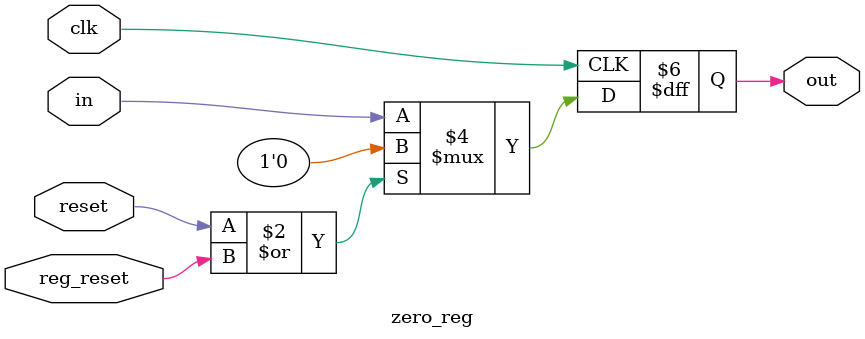
<source format=v>
module zero_reg (clk, reset, reg_reset, in, out);

input clk,reset,reg_reset;
input in;
output reg out;

always @(posedge clk)
begin

if (reset | reg_reset)
out <= 1'b0;
else
out <= in;
end

endmodule

</source>
